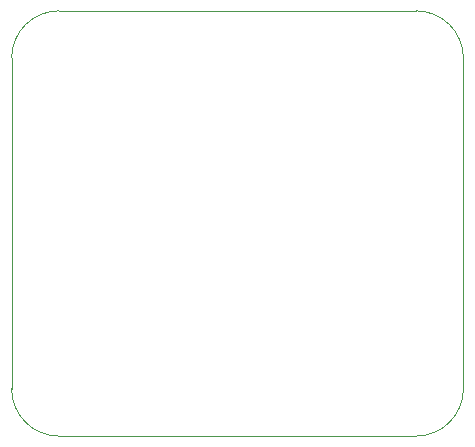
<source format=gbr>
%TF.GenerationSoftware,KiCad,Pcbnew,8.0.3*%
%TF.CreationDate,2024-09-01T12:25:55-04:00*%
%TF.ProjectId,Cradle_Rocker_Board_RV01,43726164-6c65-45f5-926f-636b65725f42,rev?*%
%TF.SameCoordinates,Original*%
%TF.FileFunction,Profile,NP*%
%FSLAX46Y46*%
G04 Gerber Fmt 4.6, Leading zero omitted, Abs format (unit mm)*
G04 Created by KiCad (PCBNEW 8.0.3) date 2024-09-01 12:25:55*
%MOMM*%
%LPD*%
G01*
G04 APERTURE LIST*
%TA.AperFunction,Profile*%
%ADD10C,0.050000*%
%TD*%
G04 APERTURE END LIST*
D10*
X226250000Y-62000000D02*
G75*
G02*
X230250000Y-66000000I0J-4000000D01*
G01*
X192000000Y-66000000D02*
G75*
G02*
X196000000Y-62000000I4000000J0D01*
G01*
X196000000Y-98000000D02*
X226250000Y-98000000D01*
X230250000Y-94000000D02*
G75*
G02*
X226250000Y-98000000I-4000000J0D01*
G01*
X196000000Y-62000000D02*
X226250000Y-62000000D01*
X192000000Y-94000000D02*
X192000000Y-66000000D01*
X230250000Y-94000000D02*
X230250000Y-66000000D01*
X196000000Y-98000000D02*
G75*
G02*
X192000000Y-94000000I0J4000000D01*
G01*
M02*

</source>
